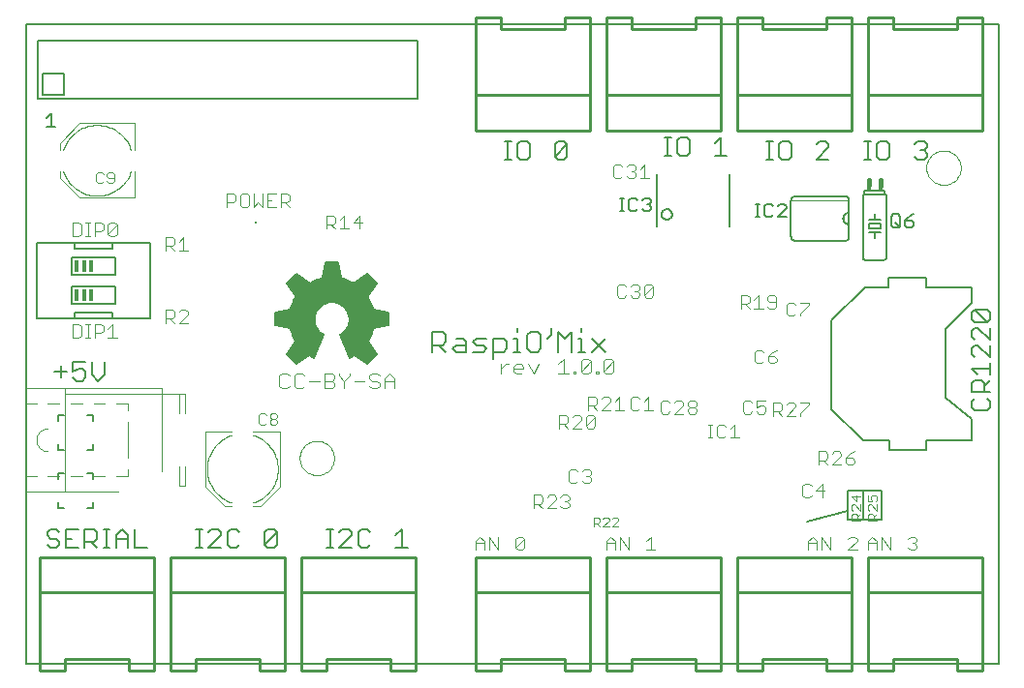
<source format=gto>
G75*
G70*
%OFA0B0*%
%FSLAX24Y24*%
%IPPOS*%
%LPD*%
%AMOC8*
5,1,8,0,0,1.08239X$1,22.5*
%
%ADD10C,0.0060*%
%ADD11C,0.0040*%
%ADD12C,0.0050*%
%ADD13R,0.0079X0.0079*%
%ADD14C,0.0000*%
%ADD15C,0.0020*%
%ADD16C,0.0160*%
%ADD17R,0.0160X0.0230*%
%ADD18C,0.0039*%
%ADD19R,0.0150X0.0400*%
%ADD20C,0.0030*%
%ADD21C,0.0100*%
%ADD22C,0.0080*%
D10*
X000989Y004401D02*
X000882Y004508D01*
X000989Y004401D02*
X001202Y004401D01*
X001309Y004508D01*
X001309Y004615D01*
X001202Y004722D01*
X000989Y004722D01*
X000882Y004828D01*
X000882Y004935D01*
X000989Y005042D01*
X001202Y005042D01*
X001309Y004935D01*
X001527Y005042D02*
X001527Y004401D01*
X001954Y004401D01*
X002171Y004401D02*
X002171Y005042D01*
X002491Y005042D01*
X002598Y004935D01*
X002598Y004722D01*
X002491Y004615D01*
X002171Y004615D01*
X002385Y004615D02*
X002598Y004401D01*
X002816Y004401D02*
X003029Y004401D01*
X002922Y004401D02*
X002922Y005042D01*
X002816Y005042D02*
X003029Y005042D01*
X003245Y004828D02*
X003459Y005042D01*
X003672Y004828D01*
X003672Y004401D01*
X003890Y004401D02*
X004317Y004401D01*
X003890Y004401D02*
X003890Y005042D01*
X003672Y004722D02*
X003245Y004722D01*
X003245Y004828D02*
X003245Y004401D01*
X001954Y005042D02*
X001527Y005042D01*
X001527Y004722D02*
X001740Y004722D01*
X001452Y005771D02*
X001252Y005771D01*
X001252Y005971D01*
X001252Y006771D02*
X001252Y006971D01*
X001452Y006971D01*
X002252Y006971D02*
X002452Y006971D01*
X002452Y006771D01*
X002452Y005971D02*
X002452Y005771D01*
X002252Y005771D01*
X002252Y007771D02*
X002452Y007771D01*
X002452Y007971D01*
X001452Y007771D02*
X001252Y007771D01*
X001252Y007971D01*
X001252Y008771D02*
X001252Y008971D01*
X001452Y008971D01*
X002252Y008971D02*
X002452Y008971D01*
X002452Y008771D01*
X002635Y010151D02*
X002848Y010365D01*
X002848Y010792D01*
X002421Y010792D02*
X002421Y010365D01*
X002635Y010151D01*
X002204Y010258D02*
X002204Y010472D01*
X002097Y010578D01*
X001990Y010578D01*
X001777Y010472D01*
X001777Y010792D01*
X002204Y010792D01*
X001559Y010472D02*
X001132Y010472D01*
X001345Y010685D02*
X001345Y010258D01*
X001777Y010258D02*
X001883Y010151D01*
X002097Y010151D01*
X002204Y010258D01*
X001827Y012321D02*
X000527Y012321D01*
X000527Y014921D01*
X001827Y014921D01*
X003127Y014921D01*
X003127Y014721D01*
X001827Y014721D01*
X001827Y014921D01*
X001727Y014421D02*
X001727Y013821D01*
X003227Y013821D01*
X003227Y014421D01*
X001727Y014421D01*
X003127Y014921D02*
X004427Y014921D01*
X004427Y012321D01*
X003127Y012321D01*
X001827Y012321D01*
X001827Y012521D01*
X003127Y012521D01*
X003127Y012321D01*
X003227Y012821D02*
X001727Y012821D01*
X001727Y013421D01*
X003227Y013421D01*
X003227Y012821D01*
X008747Y012506D02*
X008737Y012086D01*
X009267Y011986D01*
X009467Y011506D01*
X009167Y011076D01*
X009467Y010786D01*
X009877Y011086D01*
X010077Y010976D01*
X010357Y011716D01*
X010077Y012016D01*
X010087Y012536D01*
X010427Y012886D01*
X010897Y012896D01*
X011287Y012546D01*
X011297Y012036D01*
X010997Y011736D01*
X011307Y010976D01*
X011477Y011056D01*
X011887Y010786D01*
X012187Y011066D01*
X011907Y011496D01*
X012077Y011986D01*
X012597Y012076D01*
X012607Y012486D01*
X012087Y012586D01*
X011867Y013056D01*
X012177Y013496D01*
X011897Y013786D01*
X011447Y013496D01*
X010977Y013666D01*
X010887Y014216D01*
X010477Y014206D01*
X010367Y013666D01*
X009907Y013476D01*
X009477Y013776D01*
X009187Y013516D01*
X009477Y013076D01*
X009287Y012606D01*
X008747Y012506D01*
X008746Y012481D02*
X010086Y012481D01*
X010085Y012423D02*
X008745Y012423D01*
X008744Y012364D02*
X010084Y012364D01*
X010083Y012306D02*
X008742Y012306D01*
X008741Y012247D02*
X010081Y012247D01*
X010080Y012189D02*
X008739Y012189D01*
X008738Y012130D02*
X010079Y012130D01*
X010078Y012072D02*
X008816Y012072D01*
X009126Y012013D02*
X010080Y012013D01*
X010135Y011955D02*
X009280Y011955D01*
X009305Y011896D02*
X010189Y011896D01*
X010244Y011838D02*
X009329Y011838D01*
X009353Y011779D02*
X010299Y011779D01*
X010353Y011721D02*
X009378Y011721D01*
X009402Y011662D02*
X010336Y011662D01*
X010314Y011604D02*
X009427Y011604D01*
X009451Y011545D02*
X010292Y011545D01*
X010270Y011487D02*
X009453Y011487D01*
X009412Y011428D02*
X010248Y011428D01*
X010226Y011370D02*
X009371Y011370D01*
X009331Y011311D02*
X010204Y011311D01*
X010181Y011253D02*
X009290Y011253D01*
X009249Y011194D02*
X010159Y011194D01*
X010137Y011136D02*
X009208Y011136D01*
X009167Y011077D02*
X009864Y011077D01*
X009894Y011077D02*
X010115Y011077D01*
X010093Y011019D02*
X010001Y011019D01*
X009784Y011019D02*
X009227Y011019D01*
X009287Y010960D02*
X009704Y010960D01*
X009624Y010902D02*
X009348Y010902D01*
X009408Y010843D02*
X009544Y010843D01*
X011099Y011487D02*
X011913Y011487D01*
X011924Y011545D02*
X011075Y011545D01*
X011051Y011604D02*
X011944Y011604D01*
X011964Y011662D02*
X011027Y011662D01*
X011003Y011721D02*
X011985Y011721D01*
X012005Y011779D02*
X011040Y011779D01*
X011098Y011838D02*
X012025Y011838D01*
X012046Y011896D02*
X011157Y011896D01*
X011215Y011955D02*
X012066Y011955D01*
X012230Y012013D02*
X011274Y012013D01*
X011296Y012072D02*
X012568Y012072D01*
X012598Y012130D02*
X011295Y012130D01*
X011294Y012189D02*
X012600Y012189D01*
X012601Y012247D02*
X011293Y012247D01*
X011292Y012306D02*
X012603Y012306D01*
X012604Y012364D02*
X011291Y012364D01*
X011289Y012423D02*
X012605Y012423D01*
X012607Y012481D02*
X011288Y012481D01*
X011287Y012540D02*
X012331Y012540D01*
X012082Y012598D02*
X011230Y012598D01*
X011164Y012657D02*
X012054Y012657D01*
X012027Y012715D02*
X011099Y012715D01*
X011034Y012774D02*
X011999Y012774D01*
X011972Y012832D02*
X010969Y012832D01*
X010904Y012891D02*
X011945Y012891D01*
X011917Y012949D02*
X009425Y012949D01*
X009402Y012891D02*
X010617Y012891D01*
X010374Y012832D02*
X009378Y012832D01*
X009354Y012774D02*
X010317Y012774D01*
X010260Y012715D02*
X009331Y012715D01*
X009307Y012657D02*
X010204Y012657D01*
X010147Y012598D02*
X009241Y012598D01*
X008925Y012540D02*
X010090Y012540D01*
X009449Y013008D02*
X011890Y013008D01*
X011874Y013066D02*
X009473Y013066D01*
X009445Y013125D02*
X011915Y013125D01*
X011956Y013183D02*
X009407Y013183D01*
X009368Y013242D02*
X011997Y013242D01*
X012039Y013300D02*
X009330Y013300D01*
X009291Y013359D02*
X012080Y013359D01*
X012121Y013417D02*
X009253Y013417D01*
X009214Y013476D02*
X012162Y013476D01*
X012141Y013534D02*
X011505Y013534D01*
X011596Y013593D02*
X012084Y013593D01*
X012028Y013651D02*
X011687Y013651D01*
X011778Y013710D02*
X011971Y013710D01*
X011915Y013768D02*
X011868Y013768D01*
X011343Y013534D02*
X010046Y013534D01*
X010188Y013593D02*
X011181Y013593D01*
X011020Y013651D02*
X010330Y013651D01*
X010376Y013710D02*
X010970Y013710D01*
X010960Y013768D02*
X010388Y013768D01*
X010400Y013827D02*
X010951Y013827D01*
X010941Y013885D02*
X010411Y013885D01*
X010423Y013944D02*
X010932Y013944D01*
X010922Y014002D02*
X010435Y014002D01*
X010447Y014061D02*
X010912Y014061D01*
X010903Y014119D02*
X010459Y014119D01*
X010471Y014178D02*
X010893Y014178D01*
X009824Y013534D02*
X009207Y013534D01*
X009272Y013593D02*
X009741Y013593D01*
X009657Y013651D02*
X009337Y013651D01*
X009402Y013710D02*
X009573Y013710D01*
X009489Y013768D02*
X009468Y013768D01*
X011123Y011428D02*
X011952Y011428D01*
X011990Y011370D02*
X011147Y011370D01*
X011171Y011311D02*
X012028Y011311D01*
X012066Y011253D02*
X011194Y011253D01*
X011218Y011194D02*
X012104Y011194D01*
X012142Y011136D02*
X011242Y011136D01*
X011266Y011077D02*
X012180Y011077D01*
X012136Y011019D02*
X011535Y011019D01*
X011623Y010960D02*
X012073Y010960D01*
X012010Y010902D02*
X011712Y010902D01*
X011801Y010843D02*
X011948Y010843D01*
X011396Y011019D02*
X011290Y011019D01*
X014132Y011151D02*
X014132Y011852D01*
X014482Y011852D01*
X014599Y011735D01*
X014599Y011502D01*
X014482Y011385D01*
X014132Y011385D01*
X014366Y011385D02*
X014599Y011151D01*
X014832Y011268D02*
X014949Y011385D01*
X015299Y011385D01*
X015299Y011502D02*
X015182Y011619D01*
X014949Y011619D01*
X015299Y011502D02*
X015299Y011151D01*
X014949Y011151D01*
X014832Y011268D01*
X015532Y011151D02*
X015882Y011151D01*
X015999Y011268D01*
X015882Y011385D01*
X015648Y011385D01*
X015532Y011502D01*
X015648Y011619D01*
X015999Y011619D01*
X016231Y011619D02*
X016582Y011619D01*
X016698Y011502D01*
X016698Y011268D01*
X016582Y011151D01*
X016231Y011151D01*
X016231Y010918D02*
X016231Y011619D01*
X016931Y011619D02*
X017048Y011619D01*
X017048Y011151D01*
X016931Y011151D02*
X017165Y011151D01*
X017398Y011268D02*
X017514Y011151D01*
X017748Y011151D01*
X017865Y011268D01*
X017865Y011735D01*
X017748Y011852D01*
X017514Y011852D01*
X017398Y011735D01*
X017398Y011268D01*
X017048Y011852D02*
X017048Y011969D01*
X018097Y011619D02*
X018214Y011735D01*
X018214Y011969D01*
X018447Y011852D02*
X018681Y011619D01*
X018914Y011852D01*
X018914Y011151D01*
X019147Y011151D02*
X019381Y011151D01*
X019264Y011151D02*
X019264Y011619D01*
X019147Y011619D01*
X019264Y011852D02*
X019264Y011969D01*
X019614Y011619D02*
X020081Y011151D01*
X019614Y011151D02*
X020081Y011619D01*
X018447Y011852D02*
X018447Y011151D01*
X021856Y015473D02*
X021856Y017270D01*
X022132Y017901D02*
X022345Y017901D01*
X022239Y017901D02*
X022239Y018542D01*
X022345Y018542D02*
X022132Y018542D01*
X022562Y018435D02*
X022562Y018008D01*
X022668Y017901D01*
X022882Y017901D01*
X022989Y018008D01*
X022989Y018435D01*
X022882Y018542D01*
X022668Y018542D01*
X022562Y018435D01*
X023851Y018328D02*
X024064Y018542D01*
X024064Y017901D01*
X023851Y017901D02*
X024278Y017901D01*
X024348Y017270D02*
X024348Y015473D01*
X026477Y015126D02*
X026477Y016366D01*
X026479Y016389D01*
X026484Y016412D01*
X026493Y016434D01*
X026506Y016454D01*
X026521Y016472D01*
X026539Y016487D01*
X026559Y016500D01*
X026581Y016509D01*
X026604Y016514D01*
X026627Y016516D01*
X028327Y016516D01*
X028350Y016514D01*
X028373Y016509D01*
X028395Y016500D01*
X028415Y016487D01*
X028433Y016472D01*
X028448Y016454D01*
X028461Y016434D01*
X028470Y016412D01*
X028475Y016389D01*
X028477Y016366D01*
X028477Y015126D01*
X028475Y015103D01*
X028470Y015080D01*
X028461Y015058D01*
X028448Y015038D01*
X028433Y015020D01*
X028415Y015005D01*
X028395Y014992D01*
X028373Y014983D01*
X028350Y014978D01*
X028327Y014976D01*
X026627Y014976D01*
X026604Y014978D01*
X026581Y014983D01*
X026559Y014992D01*
X026539Y015005D01*
X026521Y015020D01*
X026506Y015038D01*
X026493Y015058D01*
X026484Y015080D01*
X026479Y015103D01*
X026477Y015126D01*
X028477Y015546D02*
X028450Y015548D01*
X028423Y015553D01*
X028397Y015563D01*
X028373Y015575D01*
X028351Y015591D01*
X028331Y015609D01*
X028314Y015631D01*
X028299Y015654D01*
X028289Y015679D01*
X028281Y015705D01*
X028277Y015732D01*
X028277Y015760D01*
X028281Y015787D01*
X028289Y015813D01*
X028299Y015838D01*
X028314Y015861D01*
X028331Y015883D01*
X028351Y015901D01*
X028373Y015917D01*
X028397Y015929D01*
X028423Y015939D01*
X028450Y015944D01*
X028477Y015946D01*
X029152Y015721D02*
X029352Y015721D01*
X029352Y015921D01*
X029352Y015721D02*
X029552Y015721D01*
X029552Y015571D02*
X029152Y015571D01*
X029152Y015421D01*
X029552Y015421D01*
X029552Y015571D01*
X029552Y015271D02*
X029352Y015271D01*
X029152Y015271D01*
X029352Y015271D02*
X029352Y015071D01*
X029752Y014421D02*
X029750Y014404D01*
X029746Y014387D01*
X029739Y014371D01*
X029729Y014357D01*
X029716Y014344D01*
X029702Y014334D01*
X029686Y014327D01*
X029669Y014323D01*
X029652Y014321D01*
X029052Y014321D01*
X029035Y014323D01*
X029018Y014327D01*
X029002Y014334D01*
X028988Y014344D01*
X028975Y014357D01*
X028965Y014371D01*
X028958Y014387D01*
X028954Y014404D01*
X028952Y014421D01*
X028952Y016571D01*
X029002Y016571D01*
X029702Y016571D01*
X029752Y016571D01*
X029752Y014421D01*
X029702Y016571D02*
X029702Y016721D01*
X029002Y016721D01*
X029002Y016571D01*
X029007Y017776D02*
X029220Y017776D01*
X029114Y017776D02*
X029114Y018417D01*
X029220Y018417D02*
X029007Y018417D01*
X029437Y018310D02*
X029437Y017883D01*
X029543Y017776D01*
X029757Y017776D01*
X029864Y017883D01*
X029864Y018310D01*
X029757Y018417D01*
X029543Y018417D01*
X029437Y018310D01*
X030726Y018310D02*
X030833Y018417D01*
X031046Y018417D01*
X031153Y018310D01*
X031153Y018203D01*
X031046Y018097D01*
X031153Y017990D01*
X031153Y017883D01*
X031046Y017776D01*
X030833Y017776D01*
X030726Y017883D01*
X030939Y018097D02*
X031046Y018097D01*
X027778Y018203D02*
X027778Y018310D01*
X027671Y018417D01*
X027458Y018417D01*
X027351Y018310D01*
X027778Y018203D02*
X027351Y017776D01*
X027778Y017776D01*
X026489Y017883D02*
X026382Y017776D01*
X026168Y017776D01*
X026062Y017883D01*
X026062Y018310D01*
X026168Y018417D01*
X026382Y018417D01*
X026489Y018310D01*
X026489Y017883D01*
X025845Y017776D02*
X025632Y017776D01*
X025739Y017776D02*
X025739Y018417D01*
X025845Y018417D02*
X025632Y018417D01*
X022026Y015891D02*
X022028Y015917D01*
X022034Y015943D01*
X022043Y015967D01*
X022056Y015990D01*
X022072Y016011D01*
X022091Y016029D01*
X022112Y016045D01*
X022136Y016057D01*
X022160Y016065D01*
X022186Y016070D01*
X022213Y016071D01*
X022239Y016068D01*
X022264Y016061D01*
X022288Y016051D01*
X022311Y016037D01*
X022331Y016021D01*
X022348Y016001D01*
X022363Y015979D01*
X022374Y015955D01*
X022382Y015930D01*
X022386Y015904D01*
X022386Y015878D01*
X022382Y015852D01*
X022374Y015827D01*
X022363Y015803D01*
X022348Y015781D01*
X022331Y015761D01*
X022311Y015745D01*
X022288Y015731D01*
X022264Y015721D01*
X022239Y015714D01*
X022213Y015711D01*
X022186Y015712D01*
X022160Y015717D01*
X022136Y015725D01*
X022112Y015737D01*
X022091Y015753D01*
X022072Y015771D01*
X022056Y015792D01*
X022043Y015815D01*
X022034Y015839D01*
X022028Y015865D01*
X022026Y015891D01*
X018778Y017883D02*
X018671Y017776D01*
X018458Y017776D01*
X018351Y017883D01*
X018778Y018310D01*
X018778Y017883D01*
X018351Y017883D02*
X018351Y018310D01*
X018458Y018417D01*
X018671Y018417D01*
X018778Y018310D01*
X017489Y018310D02*
X017489Y017883D01*
X017382Y017776D01*
X017168Y017776D01*
X017062Y017883D01*
X017062Y018310D01*
X017168Y018417D01*
X017382Y018417D01*
X017489Y018310D01*
X016845Y018417D02*
X016632Y018417D01*
X016739Y018417D02*
X016739Y017776D01*
X016845Y017776D02*
X016632Y017776D01*
X013084Y005042D02*
X013084Y004401D01*
X013297Y004401D02*
X012870Y004401D01*
X012870Y004828D02*
X013084Y005042D01*
X012008Y004935D02*
X011901Y005042D01*
X011688Y005042D01*
X011581Y004935D01*
X011581Y004508D01*
X011688Y004401D01*
X011901Y004401D01*
X012008Y004508D01*
X011364Y004401D02*
X010937Y004401D01*
X011364Y004828D01*
X011364Y004935D01*
X011257Y005042D01*
X011043Y005042D01*
X010937Y004935D01*
X010720Y005042D02*
X010507Y005042D01*
X010614Y005042D02*
X010614Y004401D01*
X010720Y004401D02*
X010507Y004401D01*
X008797Y004508D02*
X008691Y004401D01*
X008477Y004401D01*
X008370Y004508D01*
X008797Y004935D01*
X008797Y004508D01*
X008370Y004508D02*
X008370Y004935D01*
X008477Y005042D01*
X008691Y005042D01*
X008797Y004935D01*
X007508Y004935D02*
X007401Y005042D01*
X007188Y005042D01*
X007081Y004935D01*
X007081Y004508D01*
X007188Y004401D01*
X007401Y004401D01*
X007508Y004508D01*
X006864Y004401D02*
X006437Y004401D01*
X006864Y004828D01*
X006864Y004935D01*
X006757Y005042D01*
X006543Y005042D01*
X006437Y004935D01*
X006220Y005042D02*
X006007Y005042D01*
X006114Y005042D02*
X006114Y004401D01*
X006220Y004401D02*
X006007Y004401D01*
D11*
X006992Y005842D02*
X006322Y006511D01*
X006322Y008401D01*
X007228Y008401D01*
X007976Y008401D02*
X008881Y008401D01*
X008881Y006511D01*
X008212Y005842D01*
X007976Y005842D01*
X007228Y005842D02*
X006992Y005842D01*
X007976Y005960D02*
X008040Y005982D01*
X008103Y006009D01*
X008165Y006039D01*
X008224Y006072D01*
X008282Y006108D01*
X008338Y006148D01*
X008391Y006191D01*
X008442Y006236D01*
X008490Y006284D01*
X008535Y006335D01*
X008578Y006389D01*
X008617Y006445D01*
X008654Y006502D01*
X008687Y006562D01*
X008716Y006624D01*
X008742Y006687D01*
X008765Y006751D01*
X008784Y006817D01*
X008799Y006884D01*
X008810Y006951D01*
X008818Y007019D01*
X008822Y007087D01*
X008822Y007155D01*
X008818Y007223D01*
X008810Y007291D01*
X008799Y007358D01*
X008784Y007425D01*
X008765Y007491D01*
X008742Y007555D01*
X008716Y007618D01*
X008687Y007680D01*
X008654Y007740D01*
X008617Y007797D01*
X008578Y007853D01*
X008535Y007907D01*
X008490Y007958D01*
X008442Y008006D01*
X008391Y008051D01*
X008338Y008094D01*
X008282Y008134D01*
X008224Y008170D01*
X008165Y008203D01*
X008103Y008233D01*
X008040Y008260D01*
X007976Y008282D01*
X007228Y008282D02*
X007164Y008260D01*
X007101Y008233D01*
X007039Y008203D01*
X006980Y008170D01*
X006922Y008134D01*
X006866Y008094D01*
X006813Y008051D01*
X006762Y008006D01*
X006714Y007958D01*
X006669Y007907D01*
X006626Y007853D01*
X006587Y007797D01*
X006550Y007740D01*
X006517Y007680D01*
X006488Y007618D01*
X006462Y007555D01*
X006439Y007491D01*
X006420Y007425D01*
X006405Y007358D01*
X006394Y007291D01*
X006386Y007223D01*
X006382Y007155D01*
X006382Y007087D01*
X006386Y007019D01*
X006394Y006951D01*
X006405Y006884D01*
X006420Y006817D01*
X006439Y006751D01*
X006462Y006687D01*
X006488Y006624D01*
X006517Y006562D01*
X006550Y006502D01*
X006587Y006445D01*
X006626Y006389D01*
X006669Y006335D01*
X006714Y006284D01*
X006762Y006236D01*
X006813Y006191D01*
X006866Y006148D01*
X006922Y006108D01*
X006980Y006072D01*
X007039Y006039D01*
X007101Y006009D01*
X007164Y005982D01*
X007228Y005960D01*
X008959Y009891D02*
X009132Y009891D01*
X009219Y009978D01*
X009388Y009978D02*
X009474Y009891D01*
X009648Y009891D01*
X009735Y009978D01*
X009903Y010152D02*
X010250Y010152D01*
X010419Y010152D02*
X010679Y010152D01*
X010766Y010065D01*
X010766Y009978D01*
X010679Y009891D01*
X010419Y009891D01*
X010419Y010412D01*
X010679Y010412D01*
X010766Y010325D01*
X010766Y010238D01*
X010679Y010152D01*
X010935Y010325D02*
X011108Y010152D01*
X011108Y009891D01*
X011108Y010152D02*
X011281Y010325D01*
X011281Y010412D01*
X011450Y010152D02*
X011797Y010152D01*
X011966Y010238D02*
X011966Y010325D01*
X012053Y010412D01*
X012226Y010412D01*
X012313Y010325D01*
X012481Y010238D02*
X012655Y010412D01*
X012828Y010238D01*
X012828Y009891D01*
X012828Y010152D02*
X012481Y010152D01*
X012481Y010238D02*
X012481Y009891D01*
X012313Y009978D02*
X012226Y009891D01*
X012053Y009891D01*
X011966Y009978D01*
X012053Y010152D02*
X012226Y010152D01*
X012313Y010065D01*
X012313Y009978D01*
X012053Y010152D02*
X011966Y010238D01*
X010935Y010325D02*
X010935Y010412D01*
X009735Y010325D02*
X009648Y010412D01*
X009474Y010412D01*
X009388Y010325D01*
X009388Y009978D01*
X008959Y009891D02*
X008872Y009978D01*
X008872Y010325D01*
X008959Y010412D01*
X009132Y010412D01*
X009219Y010325D01*
X005719Y012141D02*
X005412Y012141D01*
X005719Y012448D01*
X005719Y012525D01*
X005642Y012602D01*
X005488Y012602D01*
X005412Y012525D01*
X005258Y012525D02*
X005181Y012602D01*
X004951Y012602D01*
X004951Y012141D01*
X004951Y012295D02*
X005181Y012295D01*
X005258Y012372D01*
X005258Y012525D01*
X005105Y012295D02*
X005258Y012141D01*
X003282Y011641D02*
X002975Y011641D01*
X003128Y011641D02*
X003128Y012102D01*
X002975Y011948D01*
X002821Y011872D02*
X002821Y012025D01*
X002744Y012102D01*
X002514Y012102D01*
X002514Y011641D01*
X002361Y011641D02*
X002207Y011641D01*
X002284Y011641D02*
X002284Y012102D01*
X002207Y012102D02*
X002361Y012102D01*
X002054Y012025D02*
X001977Y012102D01*
X001747Y012102D01*
X001747Y011641D01*
X001977Y011641D01*
X002054Y011718D01*
X002054Y012025D01*
X002514Y011795D02*
X002744Y011795D01*
X002821Y011872D01*
X004951Y014641D02*
X004951Y015102D01*
X005181Y015102D01*
X005258Y015025D01*
X005258Y014872D01*
X005181Y014795D01*
X004951Y014795D01*
X005105Y014795D02*
X005258Y014641D01*
X005412Y014641D02*
X005719Y014641D01*
X005565Y014641D02*
X005565Y015102D01*
X005412Y014948D01*
X007070Y016141D02*
X007070Y016602D01*
X007300Y016602D01*
X007377Y016525D01*
X007377Y016372D01*
X007300Y016295D01*
X007070Y016295D01*
X007530Y016218D02*
X007607Y016141D01*
X007761Y016141D01*
X007837Y016218D01*
X007837Y016525D01*
X007761Y016602D01*
X007607Y016602D01*
X007530Y016525D01*
X007530Y016218D01*
X007991Y016141D02*
X008144Y016295D01*
X008298Y016141D01*
X008298Y016602D01*
X008451Y016602D02*
X008451Y016141D01*
X008758Y016141D01*
X008912Y016141D02*
X008912Y016602D01*
X009142Y016602D01*
X009218Y016525D01*
X009218Y016372D01*
X009142Y016295D01*
X008912Y016295D01*
X009065Y016295D02*
X009218Y016141D01*
X008758Y016602D02*
X008451Y016602D01*
X008451Y016372D02*
X008605Y016372D01*
X007991Y016602D02*
X007991Y016141D01*
X010491Y015852D02*
X010491Y015391D01*
X010491Y015545D02*
X010721Y015545D01*
X010798Y015622D01*
X010798Y015775D01*
X010721Y015852D01*
X010491Y015852D01*
X010951Y015698D02*
X011105Y015852D01*
X011105Y015391D01*
X011258Y015391D02*
X010951Y015391D01*
X010798Y015391D02*
X010644Y015545D01*
X011412Y015622D02*
X011719Y015622D01*
X011642Y015852D02*
X011642Y015391D01*
X011412Y015622D02*
X011642Y015852D01*
X018474Y010738D02*
X018647Y010912D01*
X018647Y010391D01*
X018474Y010391D02*
X018821Y010391D01*
X018989Y010391D02*
X019076Y010391D01*
X019076Y010478D01*
X018989Y010478D01*
X018989Y010391D01*
X019247Y010478D02*
X019594Y010825D01*
X019594Y010478D01*
X019507Y010391D01*
X019334Y010391D01*
X019247Y010478D01*
X019247Y010825D01*
X019334Y010912D01*
X019507Y010912D01*
X019594Y010825D01*
X020021Y010825D02*
X020107Y010912D01*
X020281Y010912D01*
X020367Y010825D01*
X020021Y010478D01*
X020107Y010391D01*
X020281Y010391D01*
X020367Y010478D01*
X020367Y010825D01*
X020021Y010825D02*
X020021Y010478D01*
X019849Y010478D02*
X019849Y010391D01*
X019763Y010391D01*
X019763Y010478D01*
X019849Y010478D01*
X019727Y009602D02*
X019497Y009602D01*
X019497Y009141D01*
X019497Y009295D02*
X019727Y009295D01*
X019804Y009372D01*
X019804Y009525D01*
X019727Y009602D01*
X019957Y009525D02*
X020034Y009602D01*
X020188Y009602D01*
X020264Y009525D01*
X020264Y009448D01*
X019957Y009141D01*
X020264Y009141D01*
X020418Y009141D02*
X020725Y009141D01*
X020571Y009141D02*
X020571Y009602D01*
X020418Y009448D01*
X020951Y009525D02*
X020951Y009218D01*
X021028Y009141D01*
X021181Y009141D01*
X021258Y009218D01*
X021412Y009141D02*
X021719Y009141D01*
X021565Y009141D02*
X021565Y009602D01*
X021412Y009448D01*
X021258Y009525D02*
X021181Y009602D01*
X021028Y009602D01*
X020951Y009525D01*
X021997Y009400D02*
X021997Y009093D01*
X022074Y009016D01*
X022227Y009016D01*
X022304Y009093D01*
X022457Y009016D02*
X022764Y009323D01*
X022764Y009400D01*
X022688Y009477D01*
X022534Y009477D01*
X022457Y009400D01*
X022304Y009400D02*
X022227Y009477D01*
X022074Y009477D01*
X021997Y009400D01*
X022457Y009016D02*
X022764Y009016D01*
X022918Y009093D02*
X022918Y009170D01*
X022994Y009247D01*
X023148Y009247D01*
X023225Y009170D01*
X023225Y009093D01*
X023148Y009016D01*
X022994Y009016D01*
X022918Y009093D01*
X022994Y009247D02*
X022918Y009323D01*
X022918Y009400D01*
X022994Y009477D01*
X023148Y009477D01*
X023225Y009400D01*
X023225Y009323D01*
X023148Y009247D01*
X023622Y008652D02*
X023775Y008652D01*
X023699Y008652D02*
X023699Y008191D01*
X023775Y008191D02*
X023622Y008191D01*
X023929Y008268D02*
X024006Y008191D01*
X024159Y008191D01*
X024236Y008268D01*
X024389Y008191D02*
X024696Y008191D01*
X024543Y008191D02*
X024543Y008652D01*
X024389Y008498D01*
X024236Y008575D02*
X024159Y008652D01*
X024006Y008652D01*
X023929Y008575D01*
X023929Y008268D01*
X024826Y009093D02*
X024903Y009016D01*
X025056Y009016D01*
X025133Y009093D01*
X025287Y009093D02*
X025363Y009016D01*
X025517Y009016D01*
X025594Y009093D01*
X025594Y009247D01*
X025517Y009323D01*
X025440Y009323D01*
X025287Y009247D01*
X025287Y009477D01*
X025594Y009477D01*
X025866Y009414D02*
X026096Y009414D01*
X026173Y009338D01*
X026173Y009184D01*
X026096Y009107D01*
X025866Y009107D01*
X025866Y008954D02*
X025866Y009414D01*
X026019Y009107D02*
X026173Y008954D01*
X026326Y008954D02*
X026633Y009261D01*
X026633Y009338D01*
X026556Y009414D01*
X026403Y009414D01*
X026326Y009338D01*
X026326Y008954D02*
X026633Y008954D01*
X026787Y008954D02*
X026787Y009031D01*
X027094Y009338D01*
X027094Y009414D01*
X026787Y009414D01*
X025133Y009400D02*
X025056Y009477D01*
X024903Y009477D01*
X024826Y009400D01*
X024826Y009093D01*
X025296Y010762D02*
X025449Y010762D01*
X025526Y010838D01*
X025679Y010838D02*
X025679Y010992D01*
X025909Y010992D01*
X025986Y010915D01*
X025986Y010838D01*
X025909Y010762D01*
X025756Y010762D01*
X025679Y010838D01*
X025679Y010992D02*
X025833Y011145D01*
X025986Y011222D01*
X025526Y011145D02*
X025449Y011222D01*
X025296Y011222D01*
X025219Y011145D01*
X025219Y010838D01*
X025296Y010762D01*
X026403Y012391D02*
X026556Y012391D01*
X026633Y012468D01*
X026787Y012468D02*
X026787Y012391D01*
X026787Y012468D02*
X027094Y012775D01*
X027094Y012852D01*
X026787Y012852D01*
X026633Y012775D02*
X026556Y012852D01*
X026403Y012852D01*
X026326Y012775D01*
X026326Y012468D01*
X026403Y012391D01*
X025975Y012718D02*
X025975Y013025D01*
X025898Y013102D01*
X025744Y013102D01*
X025668Y013025D01*
X025668Y012948D01*
X025744Y012872D01*
X025975Y012872D01*
X025975Y012718D02*
X025898Y012641D01*
X025744Y012641D01*
X025668Y012718D01*
X025514Y012641D02*
X025207Y012641D01*
X025054Y012641D02*
X024900Y012795D01*
X024977Y012795D02*
X024747Y012795D01*
X024747Y012641D02*
X024747Y013102D01*
X024977Y013102D01*
X025054Y013025D01*
X025054Y012872D01*
X024977Y012795D01*
X025207Y012948D02*
X025361Y013102D01*
X025361Y012641D01*
X021725Y013093D02*
X021648Y013016D01*
X021494Y013016D01*
X021418Y013093D01*
X021725Y013400D01*
X021725Y013093D01*
X021725Y013400D02*
X021648Y013477D01*
X021494Y013477D01*
X021418Y013400D01*
X021418Y013093D01*
X021264Y013093D02*
X021188Y013016D01*
X021034Y013016D01*
X020957Y013093D01*
X020804Y013093D02*
X020727Y013016D01*
X020574Y013016D01*
X020497Y013093D01*
X020497Y013400D01*
X020574Y013477D01*
X020727Y013477D01*
X020804Y013400D01*
X020957Y013400D02*
X021034Y013477D01*
X021188Y013477D01*
X021264Y013400D01*
X021264Y013323D01*
X021188Y013247D01*
X021264Y013170D01*
X021264Y013093D01*
X021188Y013247D02*
X021111Y013247D01*
X017789Y010738D02*
X017616Y010391D01*
X017442Y010738D01*
X017274Y010652D02*
X017274Y010565D01*
X016927Y010565D01*
X016927Y010652D02*
X017013Y010738D01*
X017187Y010738D01*
X017274Y010652D01*
X017187Y010391D02*
X017013Y010391D01*
X016927Y010478D01*
X016927Y010652D01*
X016757Y010738D02*
X016670Y010738D01*
X016497Y010565D01*
X016497Y010738D02*
X016497Y010391D01*
X018497Y008977D02*
X018727Y008977D01*
X018804Y008900D01*
X018804Y008747D01*
X018727Y008670D01*
X018497Y008670D01*
X018650Y008670D02*
X018804Y008516D01*
X018957Y008516D02*
X019264Y008823D01*
X019264Y008900D01*
X019188Y008977D01*
X019034Y008977D01*
X018957Y008900D01*
X018957Y008516D02*
X019264Y008516D01*
X019418Y008593D02*
X019725Y008900D01*
X019725Y008593D01*
X019648Y008516D01*
X019494Y008516D01*
X019418Y008593D01*
X019418Y008900D01*
X019494Y008977D01*
X019648Y008977D01*
X019725Y008900D01*
X019804Y009141D02*
X019650Y009295D01*
X018497Y008977D02*
X018497Y008516D01*
X018903Y007102D02*
X018826Y007025D01*
X018826Y006718D01*
X018903Y006641D01*
X019056Y006641D01*
X019133Y006718D01*
X019287Y006718D02*
X019363Y006641D01*
X019517Y006641D01*
X019594Y006718D01*
X019594Y006795D01*
X019517Y006872D01*
X019440Y006872D01*
X019517Y006872D02*
X019594Y006948D01*
X019594Y007025D01*
X019517Y007102D01*
X019363Y007102D01*
X019287Y007025D01*
X019133Y007025D02*
X019056Y007102D01*
X018903Y007102D01*
X018773Y006227D02*
X018850Y006150D01*
X018850Y006073D01*
X018773Y005997D01*
X018850Y005920D01*
X018850Y005843D01*
X018773Y005766D01*
X018619Y005766D01*
X018543Y005843D01*
X018389Y005766D02*
X018082Y005766D01*
X018389Y006073D01*
X018389Y006150D01*
X018313Y006227D01*
X018159Y006227D01*
X018082Y006150D01*
X017929Y006150D02*
X017929Y005997D01*
X017852Y005920D01*
X017622Y005920D01*
X017775Y005920D02*
X017929Y005766D01*
X017622Y005766D02*
X017622Y006227D01*
X017852Y006227D01*
X017929Y006150D01*
X018543Y006150D02*
X018619Y006227D01*
X018773Y006227D01*
X018773Y005997D02*
X018696Y005997D01*
X017310Y004713D02*
X017003Y004406D01*
X017080Y004329D01*
X017233Y004329D01*
X017310Y004406D01*
X017310Y004713D01*
X017233Y004789D01*
X017080Y004789D01*
X017003Y004713D01*
X017003Y004406D01*
X016389Y004329D02*
X016389Y004789D01*
X016082Y004789D02*
X016389Y004329D01*
X016082Y004329D02*
X016082Y004789D01*
X015929Y004636D02*
X015929Y004329D01*
X015929Y004559D02*
X015622Y004559D01*
X015622Y004636D02*
X015622Y004329D01*
X015622Y004636D02*
X015775Y004789D01*
X015929Y004636D01*
X020122Y004636D02*
X020122Y004329D01*
X020122Y004559D02*
X020429Y004559D01*
X020429Y004636D02*
X020429Y004329D01*
X020582Y004329D02*
X020582Y004789D01*
X020889Y004329D01*
X020889Y004789D01*
X020429Y004636D02*
X020275Y004789D01*
X020122Y004636D01*
X021503Y004636D02*
X021657Y004789D01*
X021657Y004329D01*
X021810Y004329D02*
X021503Y004329D01*
X026872Y006218D02*
X026949Y006141D01*
X027102Y006141D01*
X027179Y006218D01*
X027332Y006372D02*
X027639Y006372D01*
X027563Y006602D02*
X027563Y006141D01*
X027332Y006372D02*
X027563Y006602D01*
X027179Y006525D02*
X027102Y006602D01*
X026949Y006602D01*
X026872Y006525D01*
X026872Y006218D01*
X027428Y007266D02*
X027428Y007727D01*
X027658Y007727D01*
X027735Y007650D01*
X027735Y007497D01*
X027658Y007420D01*
X027428Y007420D01*
X027582Y007420D02*
X027735Y007266D01*
X027889Y007266D02*
X028196Y007573D01*
X028196Y007650D01*
X028119Y007727D01*
X027965Y007727D01*
X027889Y007650D01*
X027889Y007266D02*
X028196Y007266D01*
X028349Y007343D02*
X028426Y007266D01*
X028579Y007266D01*
X028656Y007343D01*
X028656Y007420D01*
X028579Y007497D01*
X028349Y007497D01*
X028349Y007343D01*
X028349Y007497D02*
X028503Y007650D01*
X028656Y007727D01*
X028671Y004789D02*
X028517Y004789D01*
X028441Y004713D01*
X028671Y004789D02*
X028748Y004713D01*
X028748Y004636D01*
X028441Y004329D01*
X028748Y004329D01*
X029122Y004329D02*
X029122Y004636D01*
X029275Y004789D01*
X029429Y004636D01*
X029429Y004329D01*
X029582Y004329D02*
X029582Y004789D01*
X029889Y004329D01*
X029889Y004789D01*
X029429Y004559D02*
X029122Y004559D01*
X027827Y004329D02*
X027827Y004789D01*
X027520Y004789D02*
X027827Y004329D01*
X027520Y004329D02*
X027520Y004789D01*
X027366Y004636D02*
X027366Y004329D01*
X027366Y004559D02*
X027059Y004559D01*
X027059Y004636D02*
X027059Y004329D01*
X027059Y004636D02*
X027213Y004789D01*
X027366Y004636D01*
X030503Y004713D02*
X030580Y004789D01*
X030733Y004789D01*
X030810Y004713D01*
X030810Y004636D01*
X030733Y004559D01*
X030810Y004482D01*
X030810Y004406D01*
X030733Y004329D01*
X030580Y004329D01*
X030503Y004406D01*
X030657Y004559D02*
X030733Y004559D01*
X021594Y017141D02*
X021287Y017141D01*
X021440Y017141D02*
X021440Y017602D01*
X021287Y017448D01*
X021133Y017448D02*
X021056Y017372D01*
X021133Y017295D01*
X021133Y017218D01*
X021056Y017141D01*
X020903Y017141D01*
X020826Y017218D01*
X020673Y017218D02*
X020596Y017141D01*
X020443Y017141D01*
X020366Y017218D01*
X020366Y017525D01*
X020443Y017602D01*
X020596Y017602D01*
X020673Y017525D01*
X020826Y017525D02*
X020903Y017602D01*
X021056Y017602D01*
X021133Y017525D01*
X021133Y017448D01*
X021056Y017372D02*
X020980Y017372D01*
X003881Y017372D02*
X003881Y016467D01*
X001992Y016467D01*
X001322Y017136D01*
X001322Y017372D01*
X001322Y018120D02*
X001322Y018357D01*
X001992Y019026D01*
X003881Y019026D01*
X003881Y018120D01*
X003763Y018120D02*
X003741Y018184D01*
X003714Y018247D01*
X003684Y018309D01*
X003651Y018368D01*
X003615Y018426D01*
X003575Y018482D01*
X003532Y018535D01*
X003487Y018586D01*
X003439Y018634D01*
X003388Y018679D01*
X003334Y018722D01*
X003278Y018761D01*
X003221Y018798D01*
X003161Y018831D01*
X003099Y018860D01*
X003036Y018886D01*
X002972Y018909D01*
X002906Y018928D01*
X002839Y018943D01*
X002772Y018954D01*
X002704Y018962D01*
X002636Y018966D01*
X002568Y018966D01*
X002500Y018962D01*
X002432Y018954D01*
X002365Y018943D01*
X002298Y018928D01*
X002232Y018909D01*
X002168Y018886D01*
X002105Y018860D01*
X002043Y018831D01*
X001983Y018798D01*
X001926Y018761D01*
X001870Y018722D01*
X001816Y018679D01*
X001765Y018634D01*
X001717Y018586D01*
X001672Y018535D01*
X001629Y018482D01*
X001589Y018426D01*
X001553Y018368D01*
X001520Y018309D01*
X001490Y018247D01*
X001463Y018184D01*
X001441Y018120D01*
X001441Y017372D02*
X001463Y017308D01*
X001490Y017245D01*
X001520Y017183D01*
X001553Y017124D01*
X001589Y017066D01*
X001629Y017010D01*
X001672Y016957D01*
X001717Y016906D01*
X001765Y016858D01*
X001816Y016813D01*
X001870Y016770D01*
X001926Y016731D01*
X001983Y016694D01*
X002043Y016661D01*
X002105Y016632D01*
X002168Y016606D01*
X002232Y016583D01*
X002298Y016564D01*
X002365Y016549D01*
X002432Y016538D01*
X002500Y016530D01*
X002568Y016526D01*
X002636Y016526D01*
X002704Y016530D01*
X002772Y016538D01*
X002839Y016549D01*
X002906Y016564D01*
X002972Y016583D01*
X003036Y016606D01*
X003099Y016632D01*
X003161Y016661D01*
X003221Y016694D01*
X003278Y016731D01*
X003334Y016770D01*
X003388Y016813D01*
X003439Y016858D01*
X003487Y016906D01*
X003532Y016957D01*
X003575Y017010D01*
X003615Y017066D01*
X003651Y017124D01*
X003684Y017183D01*
X003714Y017245D01*
X003741Y017308D01*
X003763Y017372D01*
X003205Y015602D02*
X003282Y015525D01*
X002975Y015218D01*
X003051Y015141D01*
X003205Y015141D01*
X003282Y015218D01*
X003282Y015525D01*
X003205Y015602D02*
X003051Y015602D01*
X002975Y015525D01*
X002975Y015218D01*
X002821Y015372D02*
X002744Y015295D01*
X002514Y015295D01*
X002514Y015141D02*
X002514Y015602D01*
X002744Y015602D01*
X002821Y015525D01*
X002821Y015372D01*
X002361Y015602D02*
X002207Y015602D01*
X002284Y015602D02*
X002284Y015141D01*
X002207Y015141D02*
X002361Y015141D01*
X002054Y015218D02*
X002054Y015525D01*
X001977Y015602D01*
X001747Y015602D01*
X001747Y015141D01*
X001977Y015141D01*
X002054Y015218D01*
D12*
X000157Y022448D02*
X000157Y000401D01*
X033622Y000401D01*
X033622Y022448D01*
X000157Y022448D01*
X000551Y021858D02*
X000551Y019889D01*
X013622Y019889D01*
X013622Y021858D01*
X000551Y021858D01*
X000738Y020736D02*
X000738Y020007D01*
X001466Y020007D01*
X001466Y020736D02*
X000738Y020736D01*
X001014Y019363D02*
X000863Y019212D01*
X001014Y019363D02*
X001014Y018912D01*
X001164Y018912D02*
X000863Y018912D01*
X015633Y018978D02*
X015633Y019765D01*
X020133Y019765D02*
X020133Y018978D01*
X001466Y020007D02*
X001466Y020735D01*
X020594Y016451D02*
X020744Y016451D01*
X020669Y016451D02*
X020669Y016001D01*
X020594Y016001D02*
X020744Y016001D01*
X020901Y016076D02*
X020976Y016001D01*
X021126Y016001D01*
X021201Y016076D01*
X021362Y016076D02*
X021437Y016001D01*
X021587Y016001D01*
X021662Y016076D01*
X021662Y016151D01*
X021587Y016226D01*
X021512Y016226D01*
X021587Y016226D02*
X021662Y016301D01*
X021662Y016376D01*
X021587Y016451D01*
X021437Y016451D01*
X021362Y016376D01*
X021201Y016376D02*
X021126Y016451D01*
X020976Y016451D01*
X020901Y016376D01*
X020901Y016076D01*
X024633Y018978D02*
X024633Y019765D01*
X029133Y019765D02*
X029133Y018978D01*
X026320Y016172D02*
X026244Y016247D01*
X026094Y016247D01*
X026019Y016172D01*
X025859Y016172D02*
X025784Y016247D01*
X025634Y016247D01*
X025559Y016172D01*
X025559Y015872D01*
X025634Y015796D01*
X025784Y015796D01*
X025859Y015872D01*
X026019Y015796D02*
X026320Y016097D01*
X026320Y016172D01*
X026320Y015796D02*
X026019Y015796D01*
X025402Y015796D02*
X025252Y015796D01*
X025327Y015796D02*
X025327Y016247D01*
X025252Y016247D02*
X025402Y016247D01*
X029927Y015822D02*
X029927Y015522D01*
X030002Y015446D01*
X030152Y015446D01*
X030227Y015522D01*
X030227Y015822D01*
X030152Y015897D01*
X030002Y015897D01*
X029927Y015822D01*
X030077Y015597D02*
X030227Y015446D01*
X030387Y015522D02*
X030387Y015672D01*
X030613Y015672D01*
X030688Y015597D01*
X030688Y015522D01*
X030613Y015446D01*
X030462Y015446D01*
X030387Y015522D01*
X030387Y015672D02*
X030537Y015822D01*
X030688Y015897D01*
X031123Y013720D02*
X029831Y013720D01*
X029831Y013369D01*
X029031Y013369D01*
X027855Y012253D01*
X027855Y009180D01*
X028971Y008124D01*
X029871Y008124D01*
X029871Y007772D01*
X031123Y007772D01*
X031123Y008124D01*
X032696Y008124D01*
X032696Y008846D01*
X031811Y009589D01*
X031811Y011946D01*
X032696Y012846D01*
X032696Y013369D01*
X031123Y013369D01*
X031123Y013720D01*
X032707Y012494D02*
X032809Y012596D01*
X033216Y012189D01*
X033317Y012290D01*
X033317Y012494D01*
X033216Y012596D01*
X032809Y012596D01*
X032707Y012494D02*
X032707Y012290D01*
X032809Y012189D01*
X033216Y012189D01*
X033317Y011988D02*
X033317Y011581D01*
X032910Y011988D01*
X032809Y011988D01*
X032707Y011886D01*
X032707Y011683D01*
X032809Y011581D01*
X032809Y011380D02*
X032707Y011279D01*
X032707Y011075D01*
X032809Y010973D01*
X032707Y010569D02*
X033317Y010569D01*
X033317Y010366D02*
X033317Y010773D01*
X033317Y010973D02*
X032910Y011380D01*
X032809Y011380D01*
X033317Y011380D02*
X033317Y010973D01*
X032910Y010366D02*
X032707Y010569D01*
X032809Y010165D02*
X032707Y010063D01*
X032707Y009758D01*
X033317Y009758D01*
X033114Y009758D02*
X033114Y010063D01*
X033012Y010165D01*
X032809Y010165D01*
X033114Y009961D02*
X033317Y010165D01*
X033216Y009557D02*
X033317Y009455D01*
X033317Y009252D01*
X033216Y009150D01*
X032809Y009150D01*
X032707Y009252D01*
X032707Y009455D01*
X032809Y009557D01*
X029602Y006371D02*
X028977Y006371D01*
X028977Y005371D01*
X028414Y005371D01*
X028414Y005684D01*
X027039Y005309D01*
X028414Y005684D02*
X028414Y006371D01*
X028977Y006371D01*
X029602Y006371D02*
X029602Y005371D01*
X028977Y005371D01*
X028570Y003890D02*
X028570Y003103D01*
X024070Y003103D02*
X024070Y003890D01*
X019570Y003890D02*
X019570Y003103D01*
X013570Y003103D02*
X013570Y003890D01*
X009070Y003890D02*
X009070Y003103D01*
X004570Y003103D02*
X004570Y003890D01*
X033070Y003890D02*
X033070Y003103D01*
D13*
X008063Y015621D03*
D14*
X009573Y007496D02*
X009575Y007544D01*
X009581Y007592D01*
X009591Y007639D01*
X009604Y007685D01*
X009622Y007730D01*
X009642Y007774D01*
X009667Y007816D01*
X009695Y007855D01*
X009725Y007892D01*
X009759Y007926D01*
X009796Y007958D01*
X009834Y007987D01*
X009875Y008012D01*
X009918Y008034D01*
X009963Y008052D01*
X010009Y008066D01*
X010056Y008077D01*
X010104Y008084D01*
X010152Y008087D01*
X010200Y008086D01*
X010248Y008081D01*
X010296Y008072D01*
X010342Y008060D01*
X010387Y008043D01*
X010431Y008023D01*
X010473Y008000D01*
X010513Y007973D01*
X010551Y007943D01*
X010586Y007910D01*
X010618Y007874D01*
X010648Y007836D01*
X010674Y007795D01*
X010696Y007752D01*
X010716Y007708D01*
X010731Y007663D01*
X010743Y007616D01*
X010751Y007568D01*
X010755Y007520D01*
X010755Y007472D01*
X010751Y007424D01*
X010743Y007376D01*
X010731Y007329D01*
X010716Y007284D01*
X010696Y007240D01*
X010674Y007197D01*
X010648Y007156D01*
X010618Y007118D01*
X010586Y007082D01*
X010551Y007049D01*
X010513Y007019D01*
X010473Y006992D01*
X010431Y006969D01*
X010387Y006949D01*
X010342Y006932D01*
X010296Y006920D01*
X010248Y006911D01*
X010200Y006906D01*
X010152Y006905D01*
X010104Y006908D01*
X010056Y006915D01*
X010009Y006926D01*
X009963Y006940D01*
X009918Y006958D01*
X009875Y006980D01*
X009834Y007005D01*
X009796Y007034D01*
X009759Y007066D01*
X009725Y007100D01*
X009695Y007137D01*
X009667Y007176D01*
X009642Y007218D01*
X009622Y007262D01*
X009604Y007307D01*
X009591Y007353D01*
X009581Y007400D01*
X009575Y007448D01*
X009573Y007496D01*
X031136Y017496D02*
X031138Y017544D01*
X031144Y017592D01*
X031154Y017639D01*
X031167Y017685D01*
X031185Y017730D01*
X031205Y017774D01*
X031230Y017816D01*
X031258Y017855D01*
X031288Y017892D01*
X031322Y017926D01*
X031359Y017958D01*
X031397Y017987D01*
X031438Y018012D01*
X031481Y018034D01*
X031526Y018052D01*
X031572Y018066D01*
X031619Y018077D01*
X031667Y018084D01*
X031715Y018087D01*
X031763Y018086D01*
X031811Y018081D01*
X031859Y018072D01*
X031905Y018060D01*
X031950Y018043D01*
X031994Y018023D01*
X032036Y018000D01*
X032076Y017973D01*
X032114Y017943D01*
X032149Y017910D01*
X032181Y017874D01*
X032211Y017836D01*
X032237Y017795D01*
X032259Y017752D01*
X032279Y017708D01*
X032294Y017663D01*
X032306Y017616D01*
X032314Y017568D01*
X032318Y017520D01*
X032318Y017472D01*
X032314Y017424D01*
X032306Y017376D01*
X032294Y017329D01*
X032279Y017284D01*
X032259Y017240D01*
X032237Y017197D01*
X032211Y017156D01*
X032181Y017118D01*
X032149Y017082D01*
X032114Y017049D01*
X032076Y017019D01*
X032036Y016992D01*
X031994Y016969D01*
X031950Y016949D01*
X031905Y016932D01*
X031859Y016920D01*
X031811Y016911D01*
X031763Y016906D01*
X031715Y016905D01*
X031667Y016908D01*
X031619Y016915D01*
X031572Y016926D01*
X031526Y016940D01*
X031481Y016958D01*
X031438Y016980D01*
X031397Y017005D01*
X031359Y017034D01*
X031322Y017066D01*
X031288Y017100D01*
X031258Y017137D01*
X031230Y017176D01*
X031205Y017218D01*
X031185Y017262D01*
X031167Y017307D01*
X031154Y017353D01*
X031144Y017400D01*
X031138Y017448D01*
X031136Y017496D01*
D15*
X028477Y016376D02*
X026477Y016376D01*
D16*
X029152Y016921D02*
X029152Y017071D01*
X029552Y017071D02*
X029552Y016871D01*
D17*
X029552Y016856D03*
X029152Y016856D03*
D18*
X005631Y009696D02*
X005631Y009047D01*
X005435Y009047D02*
X005435Y009696D01*
X005631Y009696D01*
X005435Y009696D02*
X004844Y009696D01*
X004844Y007047D01*
X005435Y007196D02*
X005435Y006547D01*
X005631Y006547D01*
X005631Y007196D01*
X003663Y007098D02*
X003663Y006862D01*
X003269Y006862D01*
X002876Y006862D02*
X002482Y006862D01*
X002088Y006862D02*
X001694Y006862D01*
X001301Y006862D02*
X000907Y006862D01*
X000513Y006862D02*
X000120Y006862D01*
X000120Y009381D01*
X000513Y009381D01*
X000120Y009381D02*
X000120Y009893D01*
X004844Y009893D01*
X004844Y009696D01*
X001498Y009696D01*
X001498Y009893D01*
X001498Y009696D02*
X001498Y006350D01*
X000120Y006350D02*
X003344Y006350D01*
X003663Y007492D02*
X003663Y007728D01*
X003663Y008515D01*
X003663Y008751D01*
X003663Y009145D02*
X003663Y009381D01*
X003269Y009381D01*
X002876Y009381D02*
X002482Y009381D01*
X002088Y009381D02*
X001694Y009381D01*
X001301Y009381D02*
X000907Y009381D01*
X000907Y008515D02*
X000868Y008513D01*
X000830Y008507D01*
X000793Y008498D01*
X000756Y008485D01*
X000721Y008468D01*
X000688Y008449D01*
X000657Y008426D01*
X000628Y008400D01*
X000602Y008371D01*
X000579Y008340D01*
X000560Y008307D01*
X000543Y008272D01*
X000530Y008235D01*
X000521Y008198D01*
X000515Y008160D01*
X000513Y008121D01*
X000515Y008082D01*
X000521Y008044D01*
X000530Y008007D01*
X000543Y007970D01*
X000560Y007935D01*
X000579Y007902D01*
X000602Y007871D01*
X000628Y007842D01*
X000657Y007816D01*
X000688Y007793D01*
X000721Y007774D01*
X000756Y007757D01*
X000793Y007744D01*
X000830Y007735D01*
X000868Y007729D01*
X000907Y007727D01*
X000120Y006862D02*
X000120Y006350D01*
D19*
X001902Y013121D03*
X002152Y013121D03*
X002402Y013121D03*
X002402Y014121D03*
X002152Y014121D03*
X001902Y014121D03*
D20*
X002631Y016968D02*
X002754Y016968D01*
X002816Y017029D01*
X002938Y017029D02*
X002999Y016968D01*
X003123Y016968D01*
X003185Y017029D01*
X003185Y017276D01*
X003123Y017338D01*
X002999Y017338D01*
X002938Y017276D01*
X002938Y017215D01*
X002999Y017153D01*
X003185Y017153D01*
X002816Y017276D02*
X002754Y017338D01*
X002631Y017338D01*
X002569Y017276D01*
X002569Y017029D01*
X002631Y016968D01*
X008240Y009025D02*
X008178Y008964D01*
X008178Y008717D01*
X008240Y008655D01*
X008363Y008655D01*
X008425Y008717D01*
X008546Y008717D02*
X008608Y008655D01*
X008731Y008655D01*
X008793Y008717D01*
X008793Y008779D01*
X008731Y008840D01*
X008608Y008840D01*
X008546Y008902D01*
X008546Y008964D01*
X008608Y009025D01*
X008731Y009025D01*
X008793Y008964D01*
X008793Y008902D01*
X008731Y008840D01*
X008608Y008840D02*
X008546Y008779D01*
X008546Y008717D01*
X008425Y008964D02*
X008363Y009025D01*
X008240Y009025D01*
X019679Y005457D02*
X019679Y005136D01*
X019679Y005243D02*
X019840Y005243D01*
X019893Y005297D01*
X019893Y005403D01*
X019840Y005457D01*
X019679Y005457D01*
X019786Y005243D02*
X019893Y005136D01*
X020002Y005136D02*
X020215Y005350D01*
X020215Y005403D01*
X020162Y005457D01*
X020055Y005457D01*
X020002Y005403D01*
X020002Y005136D02*
X020215Y005136D01*
X020324Y005136D02*
X020538Y005350D01*
X020538Y005403D01*
X020484Y005457D01*
X020377Y005457D01*
X020324Y005403D01*
X020324Y005136D02*
X020538Y005136D01*
X028554Y005357D02*
X028554Y005517D01*
X028608Y005571D01*
X028714Y005571D01*
X028768Y005517D01*
X028768Y005357D01*
X028874Y005357D02*
X028554Y005357D01*
X028768Y005464D02*
X028874Y005571D01*
X028874Y005679D02*
X028661Y005893D01*
X028608Y005893D01*
X028554Y005840D01*
X028554Y005733D01*
X028608Y005679D01*
X028874Y005679D02*
X028874Y005893D01*
X028714Y006002D02*
X028554Y006162D01*
X028874Y006162D01*
X028714Y006215D02*
X028714Y006002D01*
X029117Y006002D02*
X029117Y006215D01*
X029223Y006162D02*
X029277Y006215D01*
X029384Y006215D01*
X029437Y006162D01*
X029437Y006055D01*
X029384Y006002D01*
X029277Y006002D02*
X029223Y006108D01*
X029223Y006162D01*
X029277Y006002D02*
X029117Y006002D01*
X029170Y005893D02*
X029117Y005840D01*
X029117Y005733D01*
X029170Y005679D01*
X029170Y005571D02*
X029277Y005571D01*
X029330Y005517D01*
X029330Y005357D01*
X029330Y005464D02*
X029437Y005571D01*
X029437Y005679D02*
X029223Y005893D01*
X029170Y005893D01*
X029437Y005893D02*
X029437Y005679D01*
X029170Y005571D02*
X029117Y005517D01*
X029117Y005357D01*
X029437Y005357D01*
D21*
X029133Y004087D02*
X033070Y004087D01*
X033070Y002867D01*
X029133Y002867D01*
X029133Y000189D01*
X030000Y000189D01*
X030000Y000583D01*
X032204Y000583D01*
X032204Y000189D01*
X033070Y000189D01*
X033070Y002867D01*
X029133Y002867D02*
X029133Y004087D01*
X028570Y004087D02*
X024633Y004087D01*
X024633Y002867D01*
X028570Y002867D01*
X028570Y004087D01*
X028570Y002867D02*
X028570Y000189D01*
X027704Y000189D01*
X027704Y000583D01*
X025500Y000583D01*
X025500Y000189D01*
X024633Y000189D01*
X024633Y002867D01*
X024070Y002867D02*
X020133Y002867D01*
X020133Y000189D01*
X021000Y000189D01*
X021000Y000583D01*
X023204Y000583D01*
X023204Y000189D01*
X024070Y000189D01*
X024070Y002867D01*
X024070Y004087D01*
X020133Y004087D01*
X020133Y002867D01*
X019570Y002867D02*
X015633Y002867D01*
X015633Y000189D01*
X016500Y000189D01*
X016500Y000583D01*
X018704Y000583D01*
X018704Y000189D01*
X019570Y000189D01*
X019570Y002867D01*
X019570Y004087D01*
X015633Y004087D01*
X015633Y002867D01*
X013570Y002867D02*
X009633Y002867D01*
X009633Y000189D01*
X010500Y000189D01*
X010500Y000583D01*
X012704Y000583D01*
X012704Y000189D01*
X013570Y000189D01*
X013570Y002867D01*
X013570Y004087D01*
X009633Y004087D01*
X009633Y002867D01*
X009070Y002867D02*
X005133Y002867D01*
X005133Y000189D01*
X006000Y000189D01*
X006000Y000583D01*
X008204Y000583D01*
X008204Y000189D01*
X009070Y000189D01*
X009070Y002867D01*
X009070Y004087D01*
X005133Y004087D01*
X005133Y002867D01*
X004570Y002867D02*
X000633Y002867D01*
X000633Y000189D01*
X001500Y000189D01*
X001500Y000583D01*
X003704Y000583D01*
X003704Y000189D01*
X004570Y000189D01*
X004570Y002867D01*
X004570Y004087D01*
X000633Y004087D01*
X000633Y002867D01*
X015633Y018781D02*
X019570Y018781D01*
X019570Y020001D01*
X015633Y020001D01*
X015633Y018781D01*
X015633Y020001D02*
X015633Y022679D01*
X016500Y022679D01*
X016500Y022285D01*
X018704Y022285D01*
X018704Y022679D01*
X019570Y022679D01*
X019570Y020001D01*
X020133Y020001D02*
X024070Y020001D01*
X024070Y022679D01*
X023204Y022679D01*
X023204Y022285D01*
X021000Y022285D01*
X021000Y022679D01*
X020133Y022679D01*
X020133Y020001D01*
X020133Y018781D01*
X024070Y018781D01*
X024070Y020001D01*
X024633Y020001D02*
X028570Y020001D01*
X028570Y022679D01*
X027704Y022679D01*
X027704Y022285D01*
X025500Y022285D01*
X025500Y022679D01*
X024633Y022679D01*
X024633Y020001D01*
X024633Y018781D01*
X028570Y018781D01*
X028570Y020001D01*
X029133Y020001D02*
X033070Y020001D01*
X033070Y022679D01*
X032204Y022679D01*
X032204Y022285D01*
X030000Y022285D01*
X030000Y022679D01*
X029133Y022679D01*
X029133Y020001D01*
X029133Y018781D01*
X033070Y018781D01*
X033070Y020001D01*
D22*
X012627Y012516D02*
X012627Y012066D01*
X012107Y011966D01*
X011927Y011506D02*
X012217Y011076D01*
X011897Y010756D01*
X011477Y011036D01*
X011297Y010936D01*
X010967Y011736D01*
X010397Y011736D02*
X010067Y010936D01*
X009887Y011036D01*
X009467Y010746D01*
X009137Y011076D01*
X009437Y011506D01*
X009247Y011966D02*
X008727Y012066D01*
X008727Y012516D01*
X009257Y012616D01*
X009447Y013056D02*
X009137Y013506D01*
X009467Y013826D01*
X009917Y013516D01*
X010347Y013696D02*
X010447Y014236D01*
X010907Y014236D01*
X011007Y013696D01*
X011437Y013516D02*
X011897Y013826D01*
X012217Y013506D01*
X011907Y013056D01*
X012097Y012616D02*
X012627Y012516D01*
X010967Y011736D02*
X011009Y011760D01*
X011048Y011788D01*
X011085Y011819D01*
X011120Y011853D01*
X011152Y011889D01*
X011180Y011928D01*
X011206Y011969D01*
X011228Y012012D01*
X011246Y012057D01*
X011261Y012103D01*
X011273Y012150D01*
X011280Y012197D01*
X011284Y012245D01*
X011283Y012294D01*
X011279Y012342D01*
X011271Y012389D01*
X011259Y012436D01*
X011244Y012482D01*
X011225Y012526D01*
X011202Y012569D01*
X011176Y012610D01*
X011147Y012648D01*
X011115Y012684D01*
X011080Y012718D01*
X011042Y012748D01*
X011003Y012775D01*
X010961Y012800D01*
X010917Y012820D01*
X010872Y012837D01*
X010826Y012851D01*
X010778Y012860D01*
X010730Y012866D01*
X010682Y012868D01*
X010634Y012866D01*
X010586Y012860D01*
X010538Y012851D01*
X010492Y012837D01*
X010447Y012820D01*
X010403Y012800D01*
X010361Y012775D01*
X010322Y012748D01*
X010284Y012718D01*
X010249Y012684D01*
X010217Y012648D01*
X010188Y012610D01*
X010162Y012569D01*
X010139Y012526D01*
X010120Y012482D01*
X010105Y012436D01*
X010093Y012389D01*
X010085Y012342D01*
X010081Y012294D01*
X010080Y012245D01*
X010084Y012197D01*
X010091Y012150D01*
X010103Y012103D01*
X010118Y012057D01*
X010136Y012012D01*
X010158Y011969D01*
X010184Y011928D01*
X010212Y011889D01*
X010244Y011853D01*
X010279Y011819D01*
X010316Y011788D01*
X010355Y011760D01*
X010397Y011736D01*
X009917Y013516D02*
X009975Y013549D01*
X010034Y013579D01*
X010095Y013606D01*
X010156Y013630D01*
X010219Y013652D01*
X010283Y013671D01*
X010347Y013686D01*
X009447Y013056D02*
X009411Y012998D01*
X009378Y012937D01*
X009347Y012875D01*
X009320Y012812D01*
X009296Y012748D01*
X009275Y012682D01*
X009257Y012616D01*
X011007Y013686D02*
X011081Y013667D01*
X011153Y013644D01*
X011224Y013617D01*
X011294Y013587D01*
X011361Y013553D01*
X011427Y013516D01*
X011907Y013056D02*
X011943Y012997D01*
X011976Y012937D01*
X012006Y012875D01*
X012033Y012812D01*
X012058Y012748D01*
X012079Y012682D01*
X012097Y012616D01*
X012107Y011967D02*
X012091Y011897D01*
X012072Y011829D01*
X012049Y011762D01*
X012024Y011696D01*
X011995Y011631D01*
X011962Y011568D01*
X011927Y011506D01*
X009437Y011506D02*
X009402Y011568D01*
X009369Y011631D01*
X009340Y011696D01*
X009315Y011762D01*
X009292Y011829D01*
X009273Y011897D01*
X009257Y011967D01*
M02*

</source>
